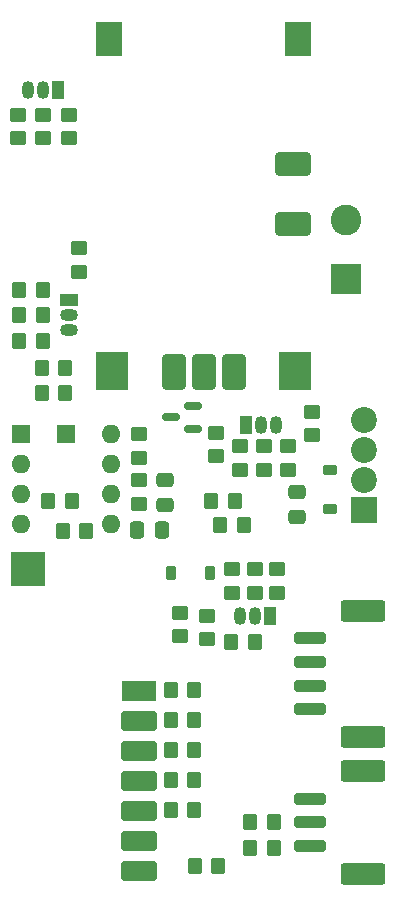
<source format=gbr>
%TF.GenerationSoftware,KiCad,Pcbnew,9.99.0-86-g03af293683*%
%TF.CreationDate,2025-02-25T09:18:43+01:00*%
%TF.ProjectId,RemBrake,52656d42-7261-46b6-952e-6b696361645f,2.0*%
%TF.SameCoordinates,PX7270e00PY8583b00*%
%TF.FileFunction,Soldermask,Bot*%
%TF.FilePolarity,Negative*%
%FSLAX46Y46*%
G04 Gerber Fmt 4.6, Leading zero omitted, Abs format (unit mm)*
G04 Created by KiCad (PCBNEW 9.99.0-86-g03af293683) date 2025-02-25 09:18:43*
%MOMM*%
%LPD*%
G01*
G04 APERTURE LIST*
G04 Aperture macros list*
%AMRoundRect*
0 Rectangle with rounded corners*
0 $1 Rounding radius*
0 $2 $3 $4 $5 $6 $7 $8 $9 X,Y pos of 4 corners*
0 Add a 4 corners polygon primitive as box body*
4,1,4,$2,$3,$4,$5,$6,$7,$8,$9,$2,$3,0*
0 Add four circle primitives for the rounded corners*
1,1,$1+$1,$2,$3*
1,1,$1+$1,$4,$5*
1,1,$1+$1,$6,$7*
1,1,$1+$1,$8,$9*
0 Add four rect primitives between the rounded corners*
20,1,$1+$1,$2,$3,$4,$5,0*
20,1,$1+$1,$4,$5,$6,$7,0*
20,1,$1+$1,$6,$7,$8,$9,0*
20,1,$1+$1,$8,$9,$2,$3,0*%
G04 Aperture macros list end*
%ADD10R,1.050000X1.500000*%
%ADD11O,1.050000X1.500000*%
%ADD12R,2.200000X2.200000*%
%ADD13C,2.200000*%
%ADD14R,2.600000X2.600000*%
%ADD15C,2.600000*%
%ADD16R,1.500000X1.050000*%
%ADD17O,1.500000X1.050000*%
%ADD18R,1.600000X1.600000*%
%ADD19O,1.600000X1.600000*%
%ADD20RoundRect,0.250000X-0.350000X-0.450000X0.350000X-0.450000X0.350000X0.450000X-0.350000X0.450000X0*%
%ADD21RoundRect,0.250000X0.450000X-0.350000X0.450000X0.350000X-0.450000X0.350000X-0.450000X-0.350000X0*%
%ADD22RoundRect,0.225000X0.375000X-0.225000X0.375000X0.225000X-0.375000X0.225000X-0.375000X-0.225000X0*%
%ADD23RoundRect,0.250000X0.350000X0.450000X-0.350000X0.450000X-0.350000X-0.450000X0.350000X-0.450000X0*%
%ADD24RoundRect,0.150000X0.587500X0.150000X-0.587500X0.150000X-0.587500X-0.150000X0.587500X-0.150000X0*%
%ADD25RoundRect,0.225000X0.225000X0.375000X-0.225000X0.375000X-0.225000X-0.375000X0.225000X-0.375000X0*%
%ADD26RoundRect,0.250000X-0.450000X0.350000X-0.450000X-0.350000X0.450000X-0.350000X0.450000X0.350000X0*%
%ADD27RoundRect,0.250000X-1.100000X0.250000X-1.100000X-0.250000X1.100000X-0.250000X1.100000X0.250000X0*%
%ADD28RoundRect,0.250000X-1.650000X0.650000X-1.650000X-0.650000X1.650000X-0.650000X1.650000X0.650000X0*%
%ADD29RoundRect,0.250000X-0.337500X-0.475000X0.337500X-0.475000X0.337500X0.475000X-0.337500X0.475000X0*%
%ADD30R,2.200000X3.000000*%
%ADD31RoundRect,0.300000X1.200000X0.700000X-1.200000X0.700000X-1.200000X-0.700000X1.200000X-0.700000X0*%
%ADD32R,2.700000X3.200000*%
%ADD33RoundRect,0.300000X0.700000X1.200000X-0.700000X1.200000X-0.700000X-1.200000X0.700000X-1.200000X0*%
%ADD34RoundRect,0.250000X0.475000X-0.337500X0.475000X0.337500X-0.475000X0.337500X-0.475000X-0.337500X0*%
%ADD35R,1.500000X1.500000*%
%ADD36RoundRect,0.250000X-0.475000X0.337500X-0.475000X-0.337500X0.475000X-0.337500X0.475000X0.337500X0*%
%ADD37R,3.000000X1.700000*%
%ADD38RoundRect,0.250000X1.250000X-0.600000X1.250000X0.600000X-1.250000X0.600000X-1.250000X-0.600000X0*%
%ADD39R,3.000000X3.000000*%
G04 APERTURE END LIST*
D10*
%TO.C,Q2*%
X23368000Y42418000D03*
D11*
X24638000Y42418000D03*
X25908000Y42418000D03*
%TD*%
D12*
%TO.C,J3*%
X33416000Y35245400D03*
D13*
X33416000Y37785400D03*
X33416000Y40325400D03*
X33416000Y42865400D03*
%TD*%
D14*
%TO.C,J1*%
X31892200Y54797600D03*
D15*
X31892200Y59797600D03*
%TD*%
D10*
%TO.C,Q6*%
X25400000Y26268000D03*
D11*
X24130000Y26268000D03*
X22860000Y26268000D03*
%TD*%
D16*
%TO.C,Q4*%
X8382000Y52959000D03*
D17*
X8382000Y51689000D03*
X8382000Y50419000D03*
%TD*%
D18*
%TO.C,U5*%
X4318000Y41656000D03*
D19*
X4318000Y39116000D03*
X4318000Y36576000D03*
X4318000Y34036000D03*
X11938000Y34036000D03*
X11938000Y36576000D03*
X11938000Y39116000D03*
X11938000Y41656000D03*
%TD*%
D10*
%TO.C,Q8*%
X7493000Y70769000D03*
D11*
X6223000Y70769000D03*
X4953000Y70769000D03*
%TD*%
D20*
%TO.C,R38*%
X22130000Y24003000D03*
X24130000Y24003000D03*
%TD*%
D21*
%TO.C,R3*%
X22860000Y38624000D03*
X22860000Y40624000D03*
%TD*%
%TO.C,R13*%
X28956000Y41545000D03*
X28956000Y43545000D03*
%TD*%
D22*
%TO.C,D1*%
X30480000Y35307000D03*
X30480000Y38607000D03*
%TD*%
D21*
%TO.C,R42*%
X20066000Y24273000D03*
X20066000Y26273000D03*
%TD*%
D23*
%TO.C,R40*%
X19018000Y14859000D03*
X17018000Y14859000D03*
%TD*%
D24*
%TO.C,Q3*%
X18893000Y44003000D03*
X18893000Y42103000D03*
X17018000Y43053000D03*
%TD*%
D21*
%TO.C,R55*%
X6223000Y66675000D03*
X6223000Y68675000D03*
%TD*%
D20*
%TO.C,R10*%
X21199600Y33909000D03*
X23199600Y33909000D03*
%TD*%
D23*
%TO.C,R39*%
X19018000Y9779000D03*
X17018000Y9779000D03*
%TD*%
D25*
%TO.C,D3*%
X20319000Y29845000D03*
X17019000Y29845000D03*
%TD*%
D23*
%TO.C,R44*%
X19018000Y17399000D03*
X17018000Y17399000D03*
%TD*%
D26*
%TO.C,R31*%
X14351000Y41640000D03*
X14351000Y39640000D03*
%TD*%
D27*
%TO.C,J6*%
X28824000Y10763000D03*
X28824000Y8763000D03*
X28824000Y6763000D03*
D28*
X33274000Y13113000D03*
X33274000Y4413000D03*
%TD*%
D21*
%TO.C,R56*%
X4064000Y66675000D03*
X4064000Y68675000D03*
%TD*%
%TO.C,R5*%
X26924000Y38624000D03*
X26924000Y40624000D03*
%TD*%
D20*
%TO.C,R46*%
X6636000Y35941000D03*
X8636000Y35941000D03*
%TD*%
D29*
%TO.C,C6*%
X14202500Y33528000D03*
X16277500Y33528000D03*
%TD*%
D26*
%TO.C,R11*%
X20828000Y41767000D03*
X20828000Y39767000D03*
%TD*%
D20*
%TO.C,R18*%
X4207000Y51689000D03*
X6207000Y51689000D03*
%TD*%
D23*
%TO.C,R47*%
X9890000Y33401000D03*
X7890000Y33401000D03*
%TD*%
D26*
%TO.C,R35*%
X22225000Y30210000D03*
X22225000Y28210000D03*
%TD*%
D21*
%TO.C,R4*%
X24892000Y38624000D03*
X24892000Y40624000D03*
%TD*%
%TO.C,R2*%
X17780000Y24527000D03*
X17780000Y26527000D03*
%TD*%
D30*
%TO.C,M2*%
X11812000Y75106000D03*
X27812000Y75106000D03*
D31*
X27412000Y59451000D03*
D32*
X27562000Y47006000D03*
D33*
X22352000Y46906000D03*
X19812000Y46906000D03*
D32*
X12062000Y47006000D03*
D33*
X17272000Y46906000D03*
D31*
X27412000Y64531000D03*
%TD*%
D23*
%TO.C,R24*%
X8096000Y47244000D03*
X6096000Y47244000D03*
%TD*%
D34*
%TO.C,C2*%
X27686000Y34649500D03*
X27686000Y36724500D03*
%TD*%
D23*
%TO.C,R48*%
X25765000Y6604000D03*
X23765000Y6604000D03*
%TD*%
D26*
%TO.C,R23*%
X9271000Y57388000D03*
X9271000Y55388000D03*
%TD*%
D23*
%TO.C,R43*%
X19018000Y12319000D03*
X17018000Y12319000D03*
%TD*%
D35*
%TO.C,TP2*%
X8128000Y41656000D03*
%TD*%
D23*
%TO.C,R16*%
X8096000Y45085000D03*
X6096000Y45085000D03*
%TD*%
D26*
%TO.C,R34*%
X24130000Y30210000D03*
X24130000Y28210000D03*
%TD*%
%TO.C,R32*%
X14351000Y37719000D03*
X14351000Y35719000D03*
%TD*%
D23*
%TO.C,R49*%
X25765000Y8763000D03*
X23765000Y8763000D03*
%TD*%
D21*
%TO.C,R33*%
X26035000Y28210000D03*
X26035000Y30210000D03*
%TD*%
D27*
%TO.C,J5*%
X28828600Y24336000D03*
X28828600Y22336000D03*
X28828600Y20336000D03*
X28828600Y18336000D03*
D28*
X33278600Y26686000D03*
X33278600Y15986000D03*
%TD*%
D20*
%TO.C,R19*%
X4207000Y49530000D03*
X6207000Y49530000D03*
%TD*%
D23*
%TO.C,R41*%
X19018000Y19939000D03*
X17018000Y19939000D03*
%TD*%
D36*
%TO.C,C5*%
X16510000Y37740500D03*
X16510000Y35665500D03*
%TD*%
D20*
%TO.C,R17*%
X4207000Y53848000D03*
X6207000Y53848000D03*
%TD*%
D21*
%TO.C,R54*%
X8382000Y66675000D03*
X8382000Y68675000D03*
%TD*%
D37*
%TO.C,M1*%
X14352000Y19886000D03*
D38*
X14352000Y17346000D03*
X14352000Y14806000D03*
X14352000Y12266000D03*
X14352000Y9726000D03*
X14352000Y7186000D03*
X14352000Y4646000D03*
D39*
X4952000Y30226000D03*
%TD*%
D20*
%TO.C,R9*%
X20447000Y35941000D03*
X22447000Y35941000D03*
%TD*%
D23*
%TO.C,R45*%
X21050000Y5080000D03*
X19050000Y5080000D03*
%TD*%
M02*

</source>
